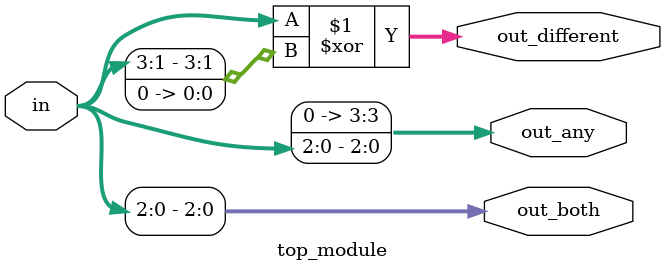
<source format=sv>
module top_module (
    input [3:0] in,
    output [2:0] out_both,
    output [3:0] out_any,
    output [3:0] out_different
);

assign out_both = in[2:0];
assign out_any = in[2:0];
assign out_different = in ^ {in[3:1], 1'b0};

endmodule

</source>
